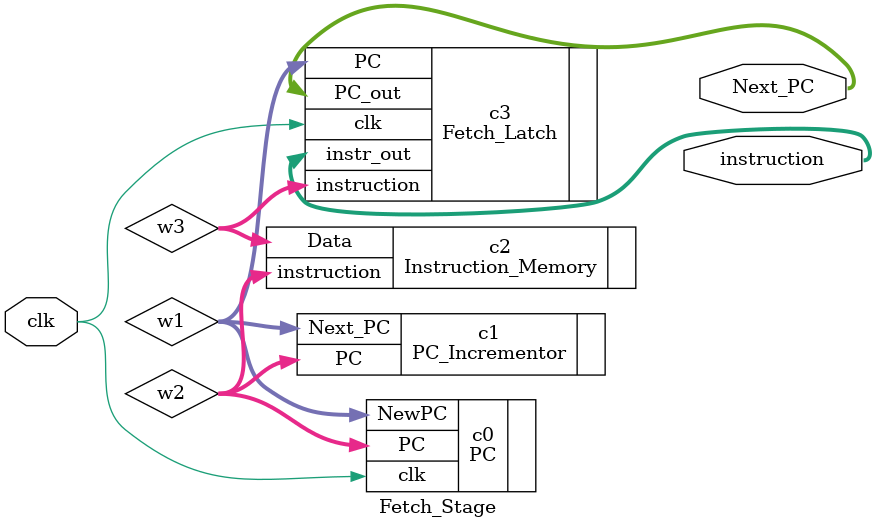
<source format=v>
`timescale 1ns / 1ps
module Fetch_Stage(
	input clk,
	//no input for now
	output [15:0] instruction,
	output [15:0] Next_PC
    );
	 
	 wire [15:0] w1, w2, w3, w4;

	PC c0 (.clk(clk), .NewPC(w1), .PC(w2));
	PC_Incrementor c1 (.PC(w2), .Next_PC(w1));
	Instruction_Memory c2 (.instruction(w2), .Data(w3));
	Fetch_Latch c3 (.clk(clk), .instruction(w3), .PC(w1), .instr_out(instruction), .PC_out(Next_PC));

endmodule

</source>
